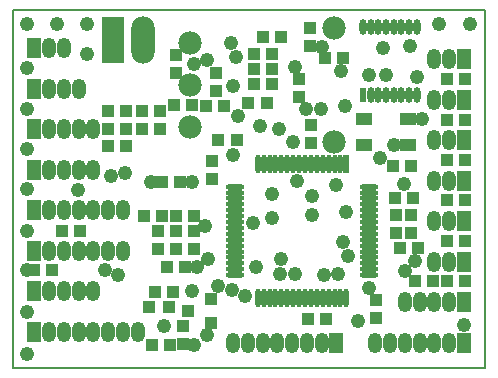
<source format=gts>
%FSAX25Y25*%
%MOIN*%
G70*
G01*
G75*
%ADD10C,0.00800*%
%ADD11R,0.03543X0.03150*%
%ADD12R,0.03150X0.03543*%
%ADD13R,0.03150X0.03150*%
%ADD14R,0.01575X0.04331*%
%ADD15O,0.01575X0.04331*%
%ADD16O,0.01102X0.05512*%
%ADD17O,0.05512X0.01102*%
%ADD18R,0.04724X0.03543*%
%ADD19R,0.03543X0.03150*%
%ADD20O,0.01102X0.05512*%
%ADD21R,0.01102X0.05512*%
%ADD22C,0.03000*%
%ADD23C,0.04000*%
%ADD24C,0.01500*%
%ADD25R,0.04000X0.06000*%
%ADD26O,0.04000X0.06000*%
%ADD27C,0.04000*%
%ADD28C,0.07000*%
%ADD29O,0.07000X0.15000*%
%ADD30R,0.07000X0.15000*%
%ADD31R,0.03543X0.02362*%
%ADD32R,0.04724X0.04724*%
%ADD33R,0.05906X0.12992*%
%ADD34R,0.05906X0.03937*%
%ADD35R,0.09449X0.07874*%
%ADD36C,0.02500*%
%ADD37C,0.02000*%
%ADD38C,0.07000*%
%ADD39R,0.04343X0.03950*%
%ADD40R,0.03950X0.04343*%
%ADD41R,0.03950X0.03950*%
%ADD42R,0.02375X0.05131*%
%ADD43O,0.02375X0.05131*%
%ADD44O,0.01902X0.06312*%
%ADD45O,0.06312X0.01902*%
%ADD46R,0.05524X0.04343*%
%ADD47R,0.04343X0.03950*%
%ADD48O,0.01902X0.06312*%
%ADD49R,0.01902X0.06312*%
%ADD50R,0.04800X0.06800*%
%ADD51O,0.04800X0.06800*%
%ADD52C,0.04800*%
%ADD53C,0.07800*%
%ADD54O,0.07800X0.15800*%
%ADD55R,0.07800X0.15800*%
D10*
X0000400Y0000400D02*
Y0119500D01*
X0157800Y0000400D02*
Y0119500D01*
X0000400D02*
X0157800D01*
X0000400Y0000400D02*
X0157800D01*
D39*
X0038000Y0074300D02*
D03*
X0032000D02*
D03*
X0038026Y0079874D02*
D03*
X0032026D02*
D03*
X0064700Y0087800D02*
D03*
X0070700D02*
D03*
X0054126Y0087874D02*
D03*
X0060126D02*
D03*
X0047800Y0025800D02*
D03*
X0053800D02*
D03*
X0140500Y0029200D02*
D03*
X0134500D02*
D03*
X0129400Y0040200D02*
D03*
X0135400D02*
D03*
X0080700Y0100000D02*
D03*
X0086700D02*
D03*
X0098600Y0016600D02*
D03*
X0104600D02*
D03*
X0133000Y0067800D02*
D03*
X0127000D02*
D03*
X0110400Y0103600D02*
D03*
X0104400D02*
D03*
X0086700Y0095000D02*
D03*
X0080700D02*
D03*
X0086700Y0105000D02*
D03*
X0080700D02*
D03*
X0150900Y0042574D02*
D03*
X0144900D02*
D03*
X0048600Y0046000D02*
D03*
X0054600D02*
D03*
X0060600Y0051000D02*
D03*
X0054600D02*
D03*
X0050000D02*
D03*
X0044000D02*
D03*
X0133700Y0056900D02*
D03*
X0127700D02*
D03*
X0150900Y0029174D02*
D03*
X0051600Y0034000D02*
D03*
X0057600D02*
D03*
X0054800Y0040000D02*
D03*
X0048800D02*
D03*
X0150900Y0096600D02*
D03*
X0144900D02*
D03*
Y0083100D02*
D03*
X0150900D02*
D03*
X0144900Y0069574D02*
D03*
X0150900D02*
D03*
X0013226Y0032874D02*
D03*
X0007226D02*
D03*
X0046700Y0008000D02*
D03*
X0052700D02*
D03*
X0016826Y0046074D02*
D03*
X0022826D02*
D03*
X0049426Y0079874D02*
D03*
X0043426D02*
D03*
X0049426Y0085874D02*
D03*
X0043426D02*
D03*
X0089700Y0110800D02*
D03*
X0083700D02*
D03*
X0144900Y0056174D02*
D03*
X0150900D02*
D03*
X0038026Y0085874D02*
D03*
X0032026D02*
D03*
X0050200Y0062300D02*
D03*
X0056200D02*
D03*
D40*
X0068100Y0092700D02*
D03*
Y0098700D02*
D03*
X0054800Y0098500D02*
D03*
Y0104500D02*
D03*
X0060600Y0046000D02*
D03*
Y0040000D02*
D03*
X0121400Y0016900D02*
D03*
Y0022900D02*
D03*
X0066600Y0069200D02*
D03*
Y0063200D02*
D03*
X0099500Y0113600D02*
D03*
Y0107600D02*
D03*
X0099800Y0081400D02*
D03*
Y0075400D02*
D03*
X0133200Y0051400D02*
D03*
Y0045400D02*
D03*
X0128200Y0051400D02*
D03*
Y0045400D02*
D03*
X0056900Y0008200D02*
D03*
X0095700Y0090600D02*
D03*
Y0096600D02*
D03*
X0056900Y0014200D02*
D03*
D41*
X0045752Y0020800D02*
D03*
X0052248D02*
D03*
X0078552Y0088600D02*
D03*
X0085048D02*
D03*
X0075048Y0076400D02*
D03*
X0068552D02*
D03*
D42*
X0117043Y0091479D02*
D03*
D43*
X0119602D02*
D03*
X0122161D02*
D03*
X0124721D02*
D03*
X0127279D02*
D03*
X0129839D02*
D03*
X0132398D02*
D03*
X0134957D02*
D03*
X0117043Y0113920D02*
D03*
X0119602D02*
D03*
X0122161D02*
D03*
X0124721D02*
D03*
X0127279D02*
D03*
X0129839D02*
D03*
X0132398D02*
D03*
X0134957D02*
D03*
D44*
X0081961Y0068476D02*
D03*
X0089835D02*
D03*
X0109520Y0023594D02*
D03*
X0107551D02*
D03*
X0105583D02*
D03*
X0103614D02*
D03*
X0101646D02*
D03*
X0099677D02*
D03*
X0097709D02*
D03*
X0095740D02*
D03*
X0093772D02*
D03*
X0091803D02*
D03*
X0089835D02*
D03*
X0087866D02*
D03*
X0085898D02*
D03*
X0083929D02*
D03*
X0081961D02*
D03*
X0083929Y0068476D02*
D03*
X0085898D02*
D03*
X0087866D02*
D03*
X0091803D02*
D03*
X0093772D02*
D03*
X0095740D02*
D03*
X0097709D02*
D03*
X0099677D02*
D03*
X0101646D02*
D03*
X0109520D02*
D03*
X0105583D02*
D03*
X0107551D02*
D03*
X0103614D02*
D03*
D45*
X0119165Y0060799D02*
D03*
Y0052925D02*
D03*
Y0045051D02*
D03*
Y0037177D02*
D03*
X0074283Y0031272D02*
D03*
Y0039146D02*
D03*
Y0047020D02*
D03*
Y0054894D02*
D03*
X0119165Y0058831D02*
D03*
Y0056862D02*
D03*
Y0054894D02*
D03*
Y0050957D02*
D03*
Y0048988D02*
D03*
Y0047020D02*
D03*
Y0043083D02*
D03*
Y0041114D02*
D03*
Y0039146D02*
D03*
Y0035209D02*
D03*
Y0033240D02*
D03*
Y0031272D02*
D03*
X0074283Y0033240D02*
D03*
Y0035209D02*
D03*
Y0037177D02*
D03*
Y0041114D02*
D03*
Y0043083D02*
D03*
Y0045051D02*
D03*
Y0048988D02*
D03*
Y0050957D02*
D03*
Y0052925D02*
D03*
Y0056862D02*
D03*
Y0058831D02*
D03*
Y0060799D02*
D03*
D46*
X0117316Y0074669D02*
D03*
X0131884Y0083331D02*
D03*
X0117316D02*
D03*
X0131884Y0074669D02*
D03*
D47*
X0144900Y0029174D02*
D03*
X0066537Y0023237D02*
D03*
X0058663Y0019300D02*
D03*
X0066537Y0015363D02*
D03*
D48*
X0111488Y0023594D02*
D03*
D49*
X0111488Y0068476D02*
D03*
D50*
X0007500Y0106835D02*
D03*
X0150700Y0089774D02*
D03*
Y0035774D02*
D03*
Y0076274D02*
D03*
Y0062774D02*
D03*
Y0103274D02*
D03*
Y0049274D02*
D03*
X0007500Y0093335D02*
D03*
X0007500Y0079835D02*
D03*
X0150700Y0022274D02*
D03*
X0007500Y0025835D02*
D03*
X0007500Y0052835D02*
D03*
Y0039335D02*
D03*
X0150700Y0008774D02*
D03*
X0108176D02*
D03*
X0007500Y0012335D02*
D03*
X0007500Y0066335D02*
D03*
D51*
X0012421Y0106835D02*
D03*
X0017342D02*
D03*
X0140858Y0089774D02*
D03*
X0145779D02*
D03*
Y0035774D02*
D03*
X0140858D02*
D03*
Y0076274D02*
D03*
X0145779D02*
D03*
Y0062774D02*
D03*
X0140858D02*
D03*
Y0103274D02*
D03*
X0145779D02*
D03*
Y0049274D02*
D03*
X0140858D02*
D03*
X0012421Y0093335D02*
D03*
X0017342D02*
D03*
X0022264D02*
D03*
X0027185Y0079835D02*
D03*
X0022264D02*
D03*
X0017343D02*
D03*
X0012421D02*
D03*
X0131015Y0022274D02*
D03*
X0135936D02*
D03*
X0140858D02*
D03*
X0145779D02*
D03*
X0012421Y0025835D02*
D03*
X0017343D02*
D03*
X0022264D02*
D03*
X0027185D02*
D03*
X0037028Y0052835D02*
D03*
X0032106D02*
D03*
X0027185D02*
D03*
X0022264D02*
D03*
X0017343D02*
D03*
X0012421Y0052835D02*
D03*
X0012421Y0039335D02*
D03*
X0017343D02*
D03*
X0022264D02*
D03*
X0027185D02*
D03*
X0032106D02*
D03*
X0037028D02*
D03*
X0121172Y0008774D02*
D03*
X0126094D02*
D03*
X0131015D02*
D03*
X0135936D02*
D03*
X0140858D02*
D03*
X0145779D02*
D03*
X0073728D02*
D03*
X0078649D02*
D03*
X0083570D02*
D03*
X0088491D02*
D03*
X0093413D02*
D03*
X0098334D02*
D03*
X0103255D02*
D03*
X0012421Y0012335D02*
D03*
X0017343D02*
D03*
X0022264D02*
D03*
X0027185D02*
D03*
X0032106D02*
D03*
X0037027D02*
D03*
X0041949D02*
D03*
X0012421Y0066335D02*
D03*
X0017343D02*
D03*
X0022264D02*
D03*
X0027185D02*
D03*
D52*
X0073700Y0071300D02*
D03*
X0082826Y0081074D02*
D03*
X0050700Y0014274D02*
D03*
X0075400Y0084200D02*
D03*
X0086600Y0050400D02*
D03*
X0022200Y0059800D02*
D03*
X0119100Y0027000D02*
D03*
X0061600Y0034100D02*
D03*
X0065500Y0036500D02*
D03*
X0103400Y0107300D02*
D03*
X0111200Y0087500D02*
D03*
X0094500Y0100600D02*
D03*
X0109600Y0099300D02*
D03*
X0108800Y0031700D02*
D03*
X0122600Y0070300D02*
D03*
X0136600Y0083200D02*
D03*
X0123700Y0107000D02*
D03*
X0130700Y0061700D02*
D03*
X0074800Y0104000D02*
D03*
X0065200Y0103100D02*
D03*
X0046282Y0062300D02*
D03*
X0118900Y0098100D02*
D03*
X0132600Y0107700D02*
D03*
X0124700Y0098100D02*
D03*
X0068600Y0027700D02*
D03*
X0100100Y0051200D02*
D03*
X0030900Y0033000D02*
D03*
X0077826Y0024474D02*
D03*
X0073700Y0094400D02*
D03*
X0134400Y0036100D02*
D03*
X0127500Y0074600D02*
D03*
X0135000Y0097300D02*
D03*
X0060200Y0062300D02*
D03*
X0094300Y0031600D02*
D03*
X0108100Y0061200D02*
D03*
X0103000Y0086800D02*
D03*
X0111300Y0052200D02*
D03*
X0080500Y0048600D02*
D03*
X0088900Y0080000D02*
D03*
X0112100Y0037600D02*
D03*
X0131200Y0032500D02*
D03*
X0115300Y0016100D02*
D03*
X0110500Y0042200D02*
D03*
X0093772Y0075500D02*
D03*
X0060600Y0008000D02*
D03*
X0035500Y0031300D02*
D03*
X0081400Y0034000D02*
D03*
X0100100Y0057800D02*
D03*
X0089500Y0031700D02*
D03*
X0089700Y0036500D02*
D03*
X0064900Y0011200D02*
D03*
X0098100Y0086800D02*
D03*
X0094900Y0062800D02*
D03*
X0060000Y0026100D02*
D03*
X0073226Y0026174D02*
D03*
D03*
X0060600Y0101500D02*
D03*
X0073200Y0108800D02*
D03*
X0104000Y0031300D02*
D03*
X0152600Y0115024D02*
D03*
X0015000Y0115000D02*
D03*
X0142500Y0115024D02*
D03*
X0005000Y0115024D02*
D03*
X0025000Y0115024D02*
D03*
Y0105000D02*
D03*
X0086600Y0058400D02*
D03*
X0150700Y0014600D02*
D03*
X0005000Y0005000D02*
D03*
X0064500Y0047600D02*
D03*
X0037794Y0065300D02*
D03*
X0032994Y0064400D02*
D03*
X0005000Y0019024D02*
D03*
Y0032874D02*
D03*
Y0046024D02*
D03*
Y0060000D02*
D03*
Y0073400D02*
D03*
Y0086724D02*
D03*
Y0100200D02*
D03*
D53*
X0059400Y0080600D02*
D03*
X0107400Y0075600D02*
D03*
Y0113600D02*
D03*
X0059400Y0094600D02*
D03*
Y0108600D02*
D03*
D54*
X0043600Y0109700D02*
D03*
D55*
X0033600D02*
D03*
M02*

</source>
